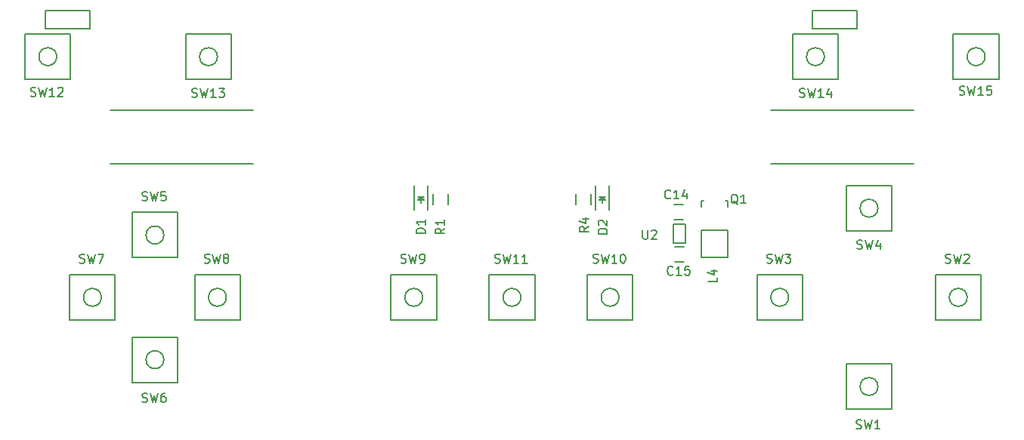
<source format=gbr>
G04 #@! TF.FileFunction,Legend,Top*
%FSLAX46Y46*%
G04 Gerber Fmt 4.6, Leading zero omitted, Abs format (unit mm)*
G04 Created by KiCad (PCBNEW (2016-04-11 BZR 6687, Git f239aee)-product) date 4/14/2016 1:21:30 PM*
%MOMM*%
G01*
G04 APERTURE LIST*
%ADD10C,0.020000*%
%ADD11C,0.200000*%
%ADD12C,0.150000*%
G04 APERTURE END LIST*
D10*
D11*
X25000000Y-25000000D02*
X41000000Y-25000000D01*
X115000000Y-25000000D02*
X99000000Y-25000000D01*
X99000000Y-31000000D02*
X115000000Y-31000000D01*
X41000000Y-31000000D02*
X25000000Y-31000000D01*
D12*
X88146000Y-37299000D02*
X89146000Y-37299000D01*
X89146000Y-35599000D02*
X88146000Y-35599000D01*
X88266400Y-41999600D02*
X89266400Y-41999600D01*
X89266400Y-40299600D02*
X88266400Y-40299600D01*
X59067000Y-33452000D02*
X59067000Y-36152000D01*
X60567000Y-33452000D02*
X60567000Y-36152000D01*
X59667000Y-34952000D02*
X59917000Y-34952000D01*
X59917000Y-34952000D02*
X59767000Y-34802000D01*
X60167000Y-34702000D02*
X59467000Y-34702000D01*
X59817000Y-35052000D02*
X59817000Y-35402000D01*
X59817000Y-34702000D02*
X60167000Y-35052000D01*
X60167000Y-35052000D02*
X59467000Y-35052000D01*
X59467000Y-35052000D02*
X59817000Y-34702000D01*
X94210000Y-38505000D02*
X94210000Y-41505000D01*
X94210000Y-41505000D02*
X91210000Y-41505000D01*
X91210000Y-41505000D02*
X91210000Y-38505000D01*
X91210000Y-38505000D02*
X94210000Y-38505000D01*
X111000000Y-56000000D02*
G75*
G03X111000000Y-56000000I-1000000J0D01*
G01*
X107450000Y-58550000D02*
X112550000Y-58550000D01*
X112550000Y-58550000D02*
X112550000Y-53450000D01*
X112550000Y-53450000D02*
X107450000Y-53450000D01*
X107450000Y-53450000D02*
X107450000Y-58550000D01*
X121000000Y-46000000D02*
G75*
G03X121000000Y-46000000I-1000000J0D01*
G01*
X122550000Y-43450000D02*
X117450000Y-43450000D01*
X117450000Y-43450000D02*
X117450000Y-48550000D01*
X117450000Y-48550000D02*
X122550000Y-48550000D01*
X122550000Y-48550000D02*
X122550000Y-43450000D01*
X101000000Y-46000000D02*
G75*
G03X101000000Y-46000000I-1000000J0D01*
G01*
X102550000Y-43450000D02*
X97450000Y-43450000D01*
X97450000Y-43450000D02*
X97450000Y-48550000D01*
X97450000Y-48550000D02*
X102550000Y-48550000D01*
X102550000Y-48550000D02*
X102550000Y-43450000D01*
X111000000Y-36000000D02*
G75*
G03X111000000Y-36000000I-1000000J0D01*
G01*
X112550000Y-33450000D02*
X107450000Y-33450000D01*
X107450000Y-33450000D02*
X107450000Y-38550000D01*
X107450000Y-38550000D02*
X112550000Y-38550000D01*
X112550000Y-38550000D02*
X112550000Y-33450000D01*
X31000000Y-39000000D02*
G75*
G03X31000000Y-39000000I-1000000J0D01*
G01*
X32550000Y-36450000D02*
X27450000Y-36450000D01*
X27450000Y-36450000D02*
X27450000Y-41550000D01*
X27450000Y-41550000D02*
X32550000Y-41550000D01*
X32550000Y-41550000D02*
X32550000Y-36450000D01*
X31000000Y-53000000D02*
G75*
G03X31000000Y-53000000I-1000000J0D01*
G01*
X27450000Y-55550000D02*
X32550000Y-55550000D01*
X32550000Y-55550000D02*
X32550000Y-50450000D01*
X32550000Y-50450000D02*
X27450000Y-50450000D01*
X27450000Y-50450000D02*
X27450000Y-55550000D01*
X24000000Y-46000000D02*
G75*
G03X24000000Y-46000000I-1000000J0D01*
G01*
X25550000Y-43450000D02*
X20450000Y-43450000D01*
X20450000Y-43450000D02*
X20450000Y-48550000D01*
X20450000Y-48550000D02*
X25550000Y-48550000D01*
X25550000Y-48550000D02*
X25550000Y-43450000D01*
X38000000Y-46000000D02*
G75*
G03X38000000Y-46000000I-1000000J0D01*
G01*
X39550000Y-43450000D02*
X34450000Y-43450000D01*
X34450000Y-43450000D02*
X34450000Y-48550000D01*
X34450000Y-48550000D02*
X39550000Y-48550000D01*
X39550000Y-48550000D02*
X39550000Y-43450000D01*
X60000000Y-46000000D02*
G75*
G03X60000000Y-46000000I-1000000J0D01*
G01*
X61550000Y-43450000D02*
X56450000Y-43450000D01*
X56450000Y-43450000D02*
X56450000Y-48550000D01*
X56450000Y-48550000D02*
X61550000Y-48550000D01*
X61550000Y-48550000D02*
X61550000Y-43450000D01*
X82000000Y-46000000D02*
G75*
G03X82000000Y-46000000I-1000000J0D01*
G01*
X83550000Y-43450000D02*
X78450000Y-43450000D01*
X78450000Y-43450000D02*
X78450000Y-48550000D01*
X78450000Y-48550000D02*
X83550000Y-48550000D01*
X83550000Y-48550000D02*
X83550000Y-43450000D01*
X71000000Y-46000000D02*
G75*
G03X71000000Y-46000000I-1000000J0D01*
G01*
X72550000Y-43450000D02*
X67450000Y-43450000D01*
X67450000Y-43450000D02*
X67450000Y-48550000D01*
X67450000Y-48550000D02*
X72550000Y-48550000D01*
X72550000Y-48550000D02*
X72550000Y-43450000D01*
X19000000Y-19000000D02*
G75*
G03X19000000Y-19000000I-1000000J0D01*
G01*
X20550000Y-16450000D02*
X15450000Y-16450000D01*
X15450000Y-16450000D02*
X15450000Y-21550000D01*
X15450000Y-21550000D02*
X20550000Y-21550000D01*
X20550000Y-21550000D02*
X20550000Y-16450000D01*
X37000000Y-19000000D02*
G75*
G03X37000000Y-19000000I-1000000J0D01*
G01*
X38550000Y-16450000D02*
X33450000Y-16450000D01*
X33450000Y-16450000D02*
X33450000Y-21550000D01*
X33450000Y-21550000D02*
X38550000Y-21550000D01*
X38550000Y-21550000D02*
X38550000Y-16450000D01*
X105000000Y-19000000D02*
G75*
G03X105000000Y-19000000I-1000000J0D01*
G01*
X106550000Y-16450000D02*
X101450000Y-16450000D01*
X101450000Y-16450000D02*
X101450000Y-21550000D01*
X101450000Y-21550000D02*
X106550000Y-21550000D01*
X106550000Y-21550000D02*
X106550000Y-16450000D01*
X123000000Y-19000000D02*
G75*
G03X123000000Y-19000000I-1000000J0D01*
G01*
X124550000Y-16450000D02*
X119450000Y-16450000D01*
X119450000Y-16450000D02*
X119450000Y-21550000D01*
X119450000Y-21550000D02*
X124550000Y-21550000D01*
X124550000Y-21550000D02*
X124550000Y-16450000D01*
X89466400Y-37783600D02*
X88066400Y-37783600D01*
X88066400Y-37783600D02*
X88066400Y-39943600D01*
X88066400Y-39943600D02*
X89466400Y-39943600D01*
X89466400Y-39943600D02*
X89466400Y-37783600D01*
X79387000Y-33452000D02*
X79387000Y-36152000D01*
X80887000Y-33452000D02*
X80887000Y-36152000D01*
X79987000Y-34952000D02*
X80237000Y-34952000D01*
X80237000Y-34952000D02*
X80087000Y-34802000D01*
X80487000Y-34702000D02*
X79787000Y-34702000D01*
X80137000Y-35052000D02*
X80137000Y-35402000D01*
X80137000Y-34702000D02*
X80487000Y-35052000D01*
X80487000Y-35052000D02*
X79787000Y-35052000D01*
X79787000Y-35052000D02*
X80137000Y-34702000D01*
X62875000Y-34400000D02*
X62875000Y-35600000D01*
X61125000Y-35600000D02*
X61125000Y-34400000D01*
X78875000Y-34400000D02*
X78875000Y-35600000D01*
X77125000Y-35600000D02*
X77125000Y-34400000D01*
X17693000Y-13859000D02*
X17693000Y-15859000D01*
X17693000Y-15859000D02*
X22693000Y-15859000D01*
X22693000Y-15859000D02*
X22693000Y-13859000D01*
X22693000Y-13859000D02*
X17693000Y-13859000D01*
X103672000Y-13859000D02*
X103672000Y-15859000D01*
X103672000Y-15859000D02*
X108672000Y-15859000D01*
X108672000Y-15859000D02*
X108672000Y-13859000D01*
X108672000Y-13859000D02*
X103672000Y-13859000D01*
X94009160Y-35163760D02*
X93960900Y-35163760D01*
X91210180Y-35864800D02*
X91210180Y-35163760D01*
X91210180Y-35163760D02*
X91459100Y-35163760D01*
X94009160Y-35163760D02*
X94209820Y-35163760D01*
X94209820Y-35163760D02*
X94209820Y-35864800D01*
X87759642Y-34857142D02*
X87712023Y-34904761D01*
X87569166Y-34952380D01*
X87473928Y-34952380D01*
X87331071Y-34904761D01*
X87235833Y-34809523D01*
X87188214Y-34714285D01*
X87140595Y-34523809D01*
X87140595Y-34380952D01*
X87188214Y-34190476D01*
X87235833Y-34095238D01*
X87331071Y-34000000D01*
X87473928Y-33952380D01*
X87569166Y-33952380D01*
X87712023Y-34000000D01*
X87759642Y-34047619D01*
X88712023Y-34952380D02*
X88140595Y-34952380D01*
X88426309Y-34952380D02*
X88426309Y-33952380D01*
X88331071Y-34095238D01*
X88235833Y-34190476D01*
X88140595Y-34238095D01*
X89569166Y-34285714D02*
X89569166Y-34952380D01*
X89331071Y-33904761D02*
X89092976Y-34619047D01*
X89712023Y-34619047D01*
X88032642Y-43410142D02*
X87985023Y-43457761D01*
X87842166Y-43505380D01*
X87746928Y-43505380D01*
X87604071Y-43457761D01*
X87508833Y-43362523D01*
X87461214Y-43267285D01*
X87413595Y-43076809D01*
X87413595Y-42933952D01*
X87461214Y-42743476D01*
X87508833Y-42648238D01*
X87604071Y-42553000D01*
X87746928Y-42505380D01*
X87842166Y-42505380D01*
X87985023Y-42553000D01*
X88032642Y-42600619D01*
X88985023Y-43505380D02*
X88413595Y-43505380D01*
X88699309Y-43505380D02*
X88699309Y-42505380D01*
X88604071Y-42648238D01*
X88508833Y-42743476D01*
X88413595Y-42791095D01*
X89889785Y-42505380D02*
X89413595Y-42505380D01*
X89365976Y-42981571D01*
X89413595Y-42933952D01*
X89508833Y-42886333D01*
X89746928Y-42886333D01*
X89842166Y-42933952D01*
X89889785Y-42981571D01*
X89937404Y-43076809D01*
X89937404Y-43314904D01*
X89889785Y-43410142D01*
X89842166Y-43457761D01*
X89746928Y-43505380D01*
X89508833Y-43505380D01*
X89413595Y-43457761D01*
X89365976Y-43410142D01*
X60269380Y-38808595D02*
X59269380Y-38808595D01*
X59269380Y-38570500D01*
X59317000Y-38427642D01*
X59412238Y-38332404D01*
X59507476Y-38284785D01*
X59697952Y-38237166D01*
X59840809Y-38237166D01*
X60031285Y-38284785D01*
X60126523Y-38332404D01*
X60221761Y-38427642D01*
X60269380Y-38570500D01*
X60269380Y-38808595D01*
X60269380Y-37284785D02*
X60269380Y-37856214D01*
X60269380Y-37570500D02*
X59269380Y-37570500D01*
X59412238Y-37665738D01*
X59507476Y-37760976D01*
X59555095Y-37856214D01*
X92952380Y-43764166D02*
X92952380Y-44240357D01*
X91952380Y-44240357D01*
X92285714Y-43002261D02*
X92952380Y-43002261D01*
X91904761Y-43240357D02*
X92619047Y-43478452D01*
X92619047Y-42859404D01*
X108569166Y-60704761D02*
X108712023Y-60752380D01*
X108950119Y-60752380D01*
X109045357Y-60704761D01*
X109092976Y-60657142D01*
X109140595Y-60561904D01*
X109140595Y-60466666D01*
X109092976Y-60371428D01*
X109045357Y-60323809D01*
X108950119Y-60276190D01*
X108759642Y-60228571D01*
X108664404Y-60180952D01*
X108616785Y-60133333D01*
X108569166Y-60038095D01*
X108569166Y-59942857D01*
X108616785Y-59847619D01*
X108664404Y-59800000D01*
X108759642Y-59752380D01*
X108997738Y-59752380D01*
X109140595Y-59800000D01*
X109473928Y-59752380D02*
X109712023Y-60752380D01*
X109902500Y-60038095D01*
X110092976Y-60752380D01*
X110331071Y-59752380D01*
X111235833Y-60752380D02*
X110664404Y-60752380D01*
X110950119Y-60752380D02*
X110950119Y-59752380D01*
X110854880Y-59895238D01*
X110759642Y-59990476D01*
X110664404Y-60038095D01*
X118569166Y-42104761D02*
X118712023Y-42152380D01*
X118950119Y-42152380D01*
X119045357Y-42104761D01*
X119092976Y-42057142D01*
X119140595Y-41961904D01*
X119140595Y-41866666D01*
X119092976Y-41771428D01*
X119045357Y-41723809D01*
X118950119Y-41676190D01*
X118759642Y-41628571D01*
X118664404Y-41580952D01*
X118616785Y-41533333D01*
X118569166Y-41438095D01*
X118569166Y-41342857D01*
X118616785Y-41247619D01*
X118664404Y-41200000D01*
X118759642Y-41152380D01*
X118997738Y-41152380D01*
X119140595Y-41200000D01*
X119473928Y-41152380D02*
X119712023Y-42152380D01*
X119902500Y-41438095D01*
X120092976Y-42152380D01*
X120331071Y-41152380D01*
X120664404Y-41247619D02*
X120712023Y-41200000D01*
X120807261Y-41152380D01*
X121045357Y-41152380D01*
X121140595Y-41200000D01*
X121188214Y-41247619D01*
X121235833Y-41342857D01*
X121235833Y-41438095D01*
X121188214Y-41580952D01*
X120616785Y-42152380D01*
X121235833Y-42152380D01*
X98569166Y-42104761D02*
X98712023Y-42152380D01*
X98950119Y-42152380D01*
X99045357Y-42104761D01*
X99092976Y-42057142D01*
X99140595Y-41961904D01*
X99140595Y-41866666D01*
X99092976Y-41771428D01*
X99045357Y-41723809D01*
X98950119Y-41676190D01*
X98759642Y-41628571D01*
X98664404Y-41580952D01*
X98616785Y-41533333D01*
X98569166Y-41438095D01*
X98569166Y-41342857D01*
X98616785Y-41247619D01*
X98664404Y-41200000D01*
X98759642Y-41152380D01*
X98997738Y-41152380D01*
X99140595Y-41200000D01*
X99473928Y-41152380D02*
X99712023Y-42152380D01*
X99902500Y-41438095D01*
X100092976Y-42152380D01*
X100331071Y-41152380D01*
X100616785Y-41152380D02*
X101235833Y-41152380D01*
X100902500Y-41533333D01*
X101045357Y-41533333D01*
X101140595Y-41580952D01*
X101188214Y-41628571D01*
X101235833Y-41723809D01*
X101235833Y-41961904D01*
X101188214Y-42057142D01*
X101140595Y-42104761D01*
X101045357Y-42152380D01*
X100759642Y-42152380D01*
X100664404Y-42104761D01*
X100616785Y-42057142D01*
X108678166Y-40536761D02*
X108821023Y-40584380D01*
X109059119Y-40584380D01*
X109154357Y-40536761D01*
X109201976Y-40489142D01*
X109249595Y-40393904D01*
X109249595Y-40298666D01*
X109201976Y-40203428D01*
X109154357Y-40155809D01*
X109059119Y-40108190D01*
X108868642Y-40060571D01*
X108773404Y-40012952D01*
X108725785Y-39965333D01*
X108678166Y-39870095D01*
X108678166Y-39774857D01*
X108725785Y-39679619D01*
X108773404Y-39632000D01*
X108868642Y-39584380D01*
X109106738Y-39584380D01*
X109249595Y-39632000D01*
X109582928Y-39584380D02*
X109821023Y-40584380D01*
X110011500Y-39870095D01*
X110201976Y-40584380D01*
X110440071Y-39584380D01*
X111249595Y-39917714D02*
X111249595Y-40584380D01*
X111011500Y-39536761D02*
X110773404Y-40251047D01*
X111392452Y-40251047D01*
X28569166Y-35104761D02*
X28712023Y-35152380D01*
X28950119Y-35152380D01*
X29045357Y-35104761D01*
X29092976Y-35057142D01*
X29140595Y-34961904D01*
X29140595Y-34866666D01*
X29092976Y-34771428D01*
X29045357Y-34723809D01*
X28950119Y-34676190D01*
X28759642Y-34628571D01*
X28664404Y-34580952D01*
X28616785Y-34533333D01*
X28569166Y-34438095D01*
X28569166Y-34342857D01*
X28616785Y-34247619D01*
X28664404Y-34200000D01*
X28759642Y-34152380D01*
X28997738Y-34152380D01*
X29140595Y-34200000D01*
X29473928Y-34152380D02*
X29712023Y-35152380D01*
X29902500Y-34438095D01*
X30092976Y-35152380D01*
X30331071Y-34152380D01*
X31188214Y-34152380D02*
X30712023Y-34152380D01*
X30664404Y-34628571D01*
X30712023Y-34580952D01*
X30807261Y-34533333D01*
X31045357Y-34533333D01*
X31140595Y-34580952D01*
X31188214Y-34628571D01*
X31235833Y-34723809D01*
X31235833Y-34961904D01*
X31188214Y-35057142D01*
X31140595Y-35104761D01*
X31045357Y-35152380D01*
X30807261Y-35152380D01*
X30712023Y-35104761D01*
X30664404Y-35057142D01*
X28569166Y-57704761D02*
X28712023Y-57752380D01*
X28950119Y-57752380D01*
X29045357Y-57704761D01*
X29092976Y-57657142D01*
X29140595Y-57561904D01*
X29140595Y-57466666D01*
X29092976Y-57371428D01*
X29045357Y-57323809D01*
X28950119Y-57276190D01*
X28759642Y-57228571D01*
X28664404Y-57180952D01*
X28616785Y-57133333D01*
X28569166Y-57038095D01*
X28569166Y-56942857D01*
X28616785Y-56847619D01*
X28664404Y-56800000D01*
X28759642Y-56752380D01*
X28997738Y-56752380D01*
X29140595Y-56800000D01*
X29473928Y-56752380D02*
X29712023Y-57752380D01*
X29902500Y-57038095D01*
X30092976Y-57752380D01*
X30331071Y-56752380D01*
X31140595Y-56752380D02*
X30950119Y-56752380D01*
X30854880Y-56800000D01*
X30807261Y-56847619D01*
X30712023Y-56990476D01*
X30664404Y-57180952D01*
X30664404Y-57561904D01*
X30712023Y-57657142D01*
X30759642Y-57704761D01*
X30854880Y-57752380D01*
X31045357Y-57752380D01*
X31140595Y-57704761D01*
X31188214Y-57657142D01*
X31235833Y-57561904D01*
X31235833Y-57323809D01*
X31188214Y-57228571D01*
X31140595Y-57180952D01*
X31045357Y-57133333D01*
X30854880Y-57133333D01*
X30759642Y-57180952D01*
X30712023Y-57228571D01*
X30664404Y-57323809D01*
X21569166Y-42104761D02*
X21712023Y-42152380D01*
X21950119Y-42152380D01*
X22045357Y-42104761D01*
X22092976Y-42057142D01*
X22140595Y-41961904D01*
X22140595Y-41866666D01*
X22092976Y-41771428D01*
X22045357Y-41723809D01*
X21950119Y-41676190D01*
X21759642Y-41628571D01*
X21664404Y-41580952D01*
X21616785Y-41533333D01*
X21569166Y-41438095D01*
X21569166Y-41342857D01*
X21616785Y-41247619D01*
X21664404Y-41200000D01*
X21759642Y-41152380D01*
X21997738Y-41152380D01*
X22140595Y-41200000D01*
X22473928Y-41152380D02*
X22712023Y-42152380D01*
X22902500Y-41438095D01*
X23092976Y-42152380D01*
X23331071Y-41152380D01*
X23616785Y-41152380D02*
X24283452Y-41152380D01*
X23854880Y-42152380D01*
X35569166Y-42104761D02*
X35712023Y-42152380D01*
X35950119Y-42152380D01*
X36045357Y-42104761D01*
X36092976Y-42057142D01*
X36140595Y-41961904D01*
X36140595Y-41866666D01*
X36092976Y-41771428D01*
X36045357Y-41723809D01*
X35950119Y-41676190D01*
X35759642Y-41628571D01*
X35664404Y-41580952D01*
X35616785Y-41533333D01*
X35569166Y-41438095D01*
X35569166Y-41342857D01*
X35616785Y-41247619D01*
X35664404Y-41200000D01*
X35759642Y-41152380D01*
X35997738Y-41152380D01*
X36140595Y-41200000D01*
X36473928Y-41152380D02*
X36712023Y-42152380D01*
X36902500Y-41438095D01*
X37092976Y-42152380D01*
X37331071Y-41152380D01*
X37854880Y-41580952D02*
X37759642Y-41533333D01*
X37712023Y-41485714D01*
X37664404Y-41390476D01*
X37664404Y-41342857D01*
X37712023Y-41247619D01*
X37759642Y-41200000D01*
X37854880Y-41152380D01*
X38045357Y-41152380D01*
X38140595Y-41200000D01*
X38188214Y-41247619D01*
X38235833Y-41342857D01*
X38235833Y-41390476D01*
X38188214Y-41485714D01*
X38140595Y-41533333D01*
X38045357Y-41580952D01*
X37854880Y-41580952D01*
X37759642Y-41628571D01*
X37712023Y-41676190D01*
X37664404Y-41771428D01*
X37664404Y-41961904D01*
X37712023Y-42057142D01*
X37759642Y-42104761D01*
X37854880Y-42152380D01*
X38045357Y-42152380D01*
X38140595Y-42104761D01*
X38188214Y-42057142D01*
X38235833Y-41961904D01*
X38235833Y-41771428D01*
X38188214Y-41676190D01*
X38140595Y-41628571D01*
X38045357Y-41580952D01*
X57569166Y-42104761D02*
X57712023Y-42152380D01*
X57950119Y-42152380D01*
X58045357Y-42104761D01*
X58092976Y-42057142D01*
X58140595Y-41961904D01*
X58140595Y-41866666D01*
X58092976Y-41771428D01*
X58045357Y-41723809D01*
X57950119Y-41676190D01*
X57759642Y-41628571D01*
X57664404Y-41580952D01*
X57616785Y-41533333D01*
X57569166Y-41438095D01*
X57569166Y-41342857D01*
X57616785Y-41247619D01*
X57664404Y-41200000D01*
X57759642Y-41152380D01*
X57997738Y-41152380D01*
X58140595Y-41200000D01*
X58473928Y-41152380D02*
X58712023Y-42152380D01*
X58902500Y-41438095D01*
X59092976Y-42152380D01*
X59331071Y-41152380D01*
X59759642Y-42152380D02*
X59950119Y-42152380D01*
X60045357Y-42104761D01*
X60092976Y-42057142D01*
X60188214Y-41914285D01*
X60235833Y-41723809D01*
X60235833Y-41342857D01*
X60188214Y-41247619D01*
X60140595Y-41200000D01*
X60045357Y-41152380D01*
X59854880Y-41152380D01*
X59759642Y-41200000D01*
X59712023Y-41247619D01*
X59664404Y-41342857D01*
X59664404Y-41580952D01*
X59712023Y-41676190D01*
X59759642Y-41723809D01*
X59854880Y-41771428D01*
X60045357Y-41771428D01*
X60140595Y-41723809D01*
X60188214Y-41676190D01*
X60235833Y-41580952D01*
X79092976Y-42104761D02*
X79235833Y-42152380D01*
X79473928Y-42152380D01*
X79569166Y-42104761D01*
X79616785Y-42057142D01*
X79664404Y-41961904D01*
X79664404Y-41866666D01*
X79616785Y-41771428D01*
X79569166Y-41723809D01*
X79473928Y-41676190D01*
X79283452Y-41628571D01*
X79188214Y-41580952D01*
X79140595Y-41533333D01*
X79092976Y-41438095D01*
X79092976Y-41342857D01*
X79140595Y-41247619D01*
X79188214Y-41200000D01*
X79283452Y-41152380D01*
X79521547Y-41152380D01*
X79664404Y-41200000D01*
X79997738Y-41152380D02*
X80235833Y-42152380D01*
X80426309Y-41438095D01*
X80616785Y-42152380D01*
X80854880Y-41152380D01*
X81759642Y-42152380D02*
X81188214Y-42152380D01*
X81473928Y-42152380D02*
X81473928Y-41152380D01*
X81378690Y-41295238D01*
X81283452Y-41390476D01*
X81188214Y-41438095D01*
X82378690Y-41152380D02*
X82473928Y-41152380D01*
X82569166Y-41200000D01*
X82616785Y-41247619D01*
X82664404Y-41342857D01*
X82712023Y-41533333D01*
X82712023Y-41771428D01*
X82664404Y-41961904D01*
X82616785Y-42057142D01*
X82569166Y-42104761D01*
X82473928Y-42152380D01*
X82378690Y-42152380D01*
X82283452Y-42104761D01*
X82235833Y-42057142D01*
X82188214Y-41961904D01*
X82140595Y-41771428D01*
X82140595Y-41533333D01*
X82188214Y-41342857D01*
X82235833Y-41247619D01*
X82283452Y-41200000D01*
X82378690Y-41152380D01*
X68092976Y-42104761D02*
X68235833Y-42152380D01*
X68473928Y-42152380D01*
X68569166Y-42104761D01*
X68616785Y-42057142D01*
X68664404Y-41961904D01*
X68664404Y-41866666D01*
X68616785Y-41771428D01*
X68569166Y-41723809D01*
X68473928Y-41676190D01*
X68283452Y-41628571D01*
X68188214Y-41580952D01*
X68140595Y-41533333D01*
X68092976Y-41438095D01*
X68092976Y-41342857D01*
X68140595Y-41247619D01*
X68188214Y-41200000D01*
X68283452Y-41152380D01*
X68521547Y-41152380D01*
X68664404Y-41200000D01*
X68997738Y-41152380D02*
X69235833Y-42152380D01*
X69426309Y-41438095D01*
X69616785Y-42152380D01*
X69854880Y-41152380D01*
X70759642Y-42152380D02*
X70188214Y-42152380D01*
X70473928Y-42152380D02*
X70473928Y-41152380D01*
X70378690Y-41295238D01*
X70283452Y-41390476D01*
X70188214Y-41438095D01*
X71712023Y-42152380D02*
X71140595Y-42152380D01*
X71426309Y-42152380D02*
X71426309Y-41152380D01*
X71331071Y-41295238D01*
X71235833Y-41390476D01*
X71140595Y-41438095D01*
X16092976Y-23404761D02*
X16235833Y-23452380D01*
X16473928Y-23452380D01*
X16569166Y-23404761D01*
X16616785Y-23357142D01*
X16664404Y-23261904D01*
X16664404Y-23166666D01*
X16616785Y-23071428D01*
X16569166Y-23023809D01*
X16473928Y-22976190D01*
X16283452Y-22928571D01*
X16188214Y-22880952D01*
X16140595Y-22833333D01*
X16092976Y-22738095D01*
X16092976Y-22642857D01*
X16140595Y-22547619D01*
X16188214Y-22500000D01*
X16283452Y-22452380D01*
X16521547Y-22452380D01*
X16664404Y-22500000D01*
X16997738Y-22452380D02*
X17235833Y-23452380D01*
X17426309Y-22738095D01*
X17616785Y-23452380D01*
X17854880Y-22452380D01*
X18759642Y-23452380D02*
X18188214Y-23452380D01*
X18473928Y-23452380D02*
X18473928Y-22452380D01*
X18378690Y-22595238D01*
X18283452Y-22690476D01*
X18188214Y-22738095D01*
X19140595Y-22547619D02*
X19188214Y-22500000D01*
X19283452Y-22452380D01*
X19521547Y-22452380D01*
X19616785Y-22500000D01*
X19664404Y-22547619D01*
X19712023Y-22642857D01*
X19712023Y-22738095D01*
X19664404Y-22880952D01*
X19092976Y-23452380D01*
X19712023Y-23452380D01*
X34160976Y-23518761D02*
X34303833Y-23566380D01*
X34541928Y-23566380D01*
X34637166Y-23518761D01*
X34684785Y-23471142D01*
X34732404Y-23375904D01*
X34732404Y-23280666D01*
X34684785Y-23185428D01*
X34637166Y-23137809D01*
X34541928Y-23090190D01*
X34351452Y-23042571D01*
X34256214Y-22994952D01*
X34208595Y-22947333D01*
X34160976Y-22852095D01*
X34160976Y-22756857D01*
X34208595Y-22661619D01*
X34256214Y-22614000D01*
X34351452Y-22566380D01*
X34589547Y-22566380D01*
X34732404Y-22614000D01*
X35065738Y-22566380D02*
X35303833Y-23566380D01*
X35494309Y-22852095D01*
X35684785Y-23566380D01*
X35922880Y-22566380D01*
X36827642Y-23566380D02*
X36256214Y-23566380D01*
X36541928Y-23566380D02*
X36541928Y-22566380D01*
X36446690Y-22709238D01*
X36351452Y-22804476D01*
X36256214Y-22852095D01*
X37160976Y-22566380D02*
X37780023Y-22566380D01*
X37446690Y-22947333D01*
X37589547Y-22947333D01*
X37684785Y-22994952D01*
X37732404Y-23042571D01*
X37780023Y-23137809D01*
X37780023Y-23375904D01*
X37732404Y-23471142D01*
X37684785Y-23518761D01*
X37589547Y-23566380D01*
X37303833Y-23566380D01*
X37208595Y-23518761D01*
X37160976Y-23471142D01*
X102232976Y-23518761D02*
X102375833Y-23566380D01*
X102613928Y-23566380D01*
X102709166Y-23518761D01*
X102756785Y-23471142D01*
X102804404Y-23375904D01*
X102804404Y-23280666D01*
X102756785Y-23185428D01*
X102709166Y-23137809D01*
X102613928Y-23090190D01*
X102423452Y-23042571D01*
X102328214Y-22994952D01*
X102280595Y-22947333D01*
X102232976Y-22852095D01*
X102232976Y-22756857D01*
X102280595Y-22661619D01*
X102328214Y-22614000D01*
X102423452Y-22566380D01*
X102661547Y-22566380D01*
X102804404Y-22614000D01*
X103137738Y-22566380D02*
X103375833Y-23566380D01*
X103566309Y-22852095D01*
X103756785Y-23566380D01*
X103994880Y-22566380D01*
X104899642Y-23566380D02*
X104328214Y-23566380D01*
X104613928Y-23566380D02*
X104613928Y-22566380D01*
X104518690Y-22709238D01*
X104423452Y-22804476D01*
X104328214Y-22852095D01*
X105756785Y-22899714D02*
X105756785Y-23566380D01*
X105518690Y-22518761D02*
X105280595Y-23233047D01*
X105899642Y-23233047D01*
X120139976Y-23264761D02*
X120282833Y-23312380D01*
X120520928Y-23312380D01*
X120616166Y-23264761D01*
X120663785Y-23217142D01*
X120711404Y-23121904D01*
X120711404Y-23026666D01*
X120663785Y-22931428D01*
X120616166Y-22883809D01*
X120520928Y-22836190D01*
X120330452Y-22788571D01*
X120235214Y-22740952D01*
X120187595Y-22693333D01*
X120139976Y-22598095D01*
X120139976Y-22502857D01*
X120187595Y-22407619D01*
X120235214Y-22360000D01*
X120330452Y-22312380D01*
X120568547Y-22312380D01*
X120711404Y-22360000D01*
X121044738Y-22312380D02*
X121282833Y-23312380D01*
X121473309Y-22598095D01*
X121663785Y-23312380D01*
X121901880Y-22312380D01*
X122806642Y-23312380D02*
X122235214Y-23312380D01*
X122520928Y-23312380D02*
X122520928Y-22312380D01*
X122425690Y-22455238D01*
X122330452Y-22550476D01*
X122235214Y-22598095D01*
X123711404Y-22312380D02*
X123235214Y-22312380D01*
X123187595Y-22788571D01*
X123235214Y-22740952D01*
X123330452Y-22693333D01*
X123568547Y-22693333D01*
X123663785Y-22740952D01*
X123711404Y-22788571D01*
X123759023Y-22883809D01*
X123759023Y-23121904D01*
X123711404Y-23217142D01*
X123663785Y-23264761D01*
X123568547Y-23312380D01*
X123330452Y-23312380D01*
X123235214Y-23264761D01*
X123187595Y-23217142D01*
X84640595Y-38452380D02*
X84640595Y-39261904D01*
X84688214Y-39357142D01*
X84735833Y-39404761D01*
X84831071Y-39452380D01*
X85021547Y-39452380D01*
X85116785Y-39404761D01*
X85164404Y-39357142D01*
X85212023Y-39261904D01*
X85212023Y-38452380D01*
X85640595Y-38547619D02*
X85688214Y-38500000D01*
X85783452Y-38452380D01*
X86021547Y-38452380D01*
X86116785Y-38500000D01*
X86164404Y-38547619D01*
X86212023Y-38642857D01*
X86212023Y-38738095D01*
X86164404Y-38880952D01*
X85592976Y-39452380D01*
X86212023Y-39452380D01*
X80662380Y-38860595D02*
X79662380Y-38860595D01*
X79662380Y-38622500D01*
X79710000Y-38479642D01*
X79805238Y-38384404D01*
X79900476Y-38336785D01*
X80090952Y-38289166D01*
X80233809Y-38289166D01*
X80424285Y-38336785D01*
X80519523Y-38384404D01*
X80614761Y-38479642D01*
X80662380Y-38622500D01*
X80662380Y-38860595D01*
X79757619Y-37908214D02*
X79710000Y-37860595D01*
X79662380Y-37765357D01*
X79662380Y-37527261D01*
X79710000Y-37432023D01*
X79757619Y-37384404D01*
X79852857Y-37336785D01*
X79948095Y-37336785D01*
X80090952Y-37384404D01*
X80662380Y-37955833D01*
X80662380Y-37336785D01*
X62452380Y-38264166D02*
X61976190Y-38597500D01*
X62452380Y-38835595D02*
X61452380Y-38835595D01*
X61452380Y-38454642D01*
X61500000Y-38359404D01*
X61547619Y-38311785D01*
X61642857Y-38264166D01*
X61785714Y-38264166D01*
X61880952Y-38311785D01*
X61928571Y-38359404D01*
X61976190Y-38454642D01*
X61976190Y-38835595D01*
X62452380Y-37311785D02*
X62452380Y-37883214D01*
X62452380Y-37597500D02*
X61452380Y-37597500D01*
X61595238Y-37692738D01*
X61690476Y-37787976D01*
X61738095Y-37883214D01*
X78579380Y-38058166D02*
X78103190Y-38391500D01*
X78579380Y-38629595D02*
X77579380Y-38629595D01*
X77579380Y-38248642D01*
X77627000Y-38153404D01*
X77674619Y-38105785D01*
X77769857Y-38058166D01*
X77912714Y-38058166D01*
X78007952Y-38105785D01*
X78055571Y-38153404D01*
X78103190Y-38248642D01*
X78103190Y-38629595D01*
X77912714Y-37201023D02*
X78579380Y-37201023D01*
X77531761Y-37439119D02*
X78246047Y-37677214D01*
X78246047Y-37058166D01*
X95307261Y-35547619D02*
X95212023Y-35500000D01*
X95116785Y-35404761D01*
X94973928Y-35261904D01*
X94878690Y-35214285D01*
X94783452Y-35214285D01*
X94831071Y-35452380D02*
X94735833Y-35404761D01*
X94640595Y-35309523D01*
X94592976Y-35119047D01*
X94592976Y-34785714D01*
X94640595Y-34595238D01*
X94735833Y-34500000D01*
X94831071Y-34452380D01*
X95021547Y-34452380D01*
X95116785Y-34500000D01*
X95212023Y-34595238D01*
X95259642Y-34785714D01*
X95259642Y-35119047D01*
X95212023Y-35309523D01*
X95116785Y-35404761D01*
X95021547Y-35452380D01*
X94831071Y-35452380D01*
X96212023Y-35452380D02*
X95640595Y-35452380D01*
X95926309Y-35452380D02*
X95926309Y-34452380D01*
X95831071Y-34595238D01*
X95735833Y-34690476D01*
X95640595Y-34738095D01*
M02*

</source>
